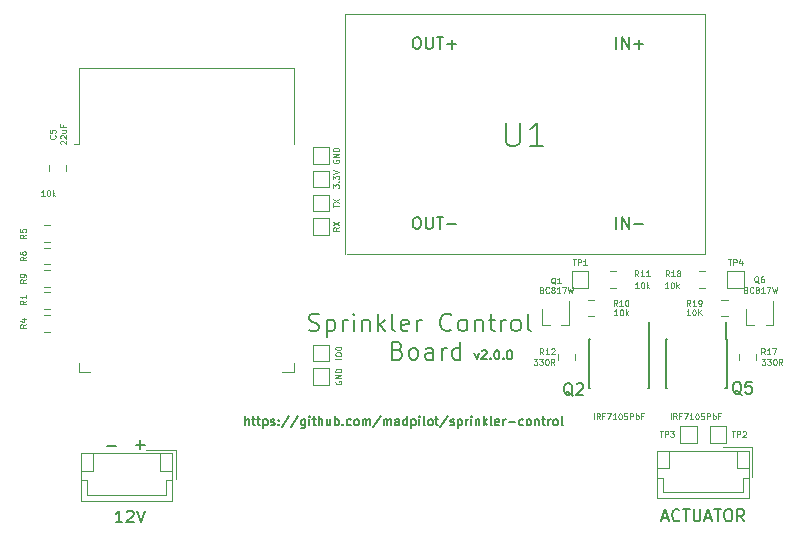
<source format=gto>
G04 #@! TF.GenerationSoftware,KiCad,Pcbnew,(5.1.9-0-10_14)*
G04 #@! TF.CreationDate,2021-10-10T20:01:10+11:00*
G04 #@! TF.ProjectId,Control Board,436f6e74-726f-46c2-9042-6f6172642e6b,rev?*
G04 #@! TF.SameCoordinates,Original*
G04 #@! TF.FileFunction,Legend,Top*
G04 #@! TF.FilePolarity,Positive*
%FSLAX46Y46*%
G04 Gerber Fmt 4.6, Leading zero omitted, Abs format (unit mm)*
G04 Created by KiCad (PCBNEW (5.1.9-0-10_14)) date 2021-10-10 20:01:10*
%MOMM*%
%LPD*%
G01*
G04 APERTURE LIST*
%ADD10C,0.150000*%
%ADD11C,0.120000*%
%ADD12C,0.125000*%
G04 APERTURE END LIST*
D10*
X85619047Y-143071428D02*
X86380952Y-143071428D01*
X86000000Y-143452380D02*
X86000000Y-142690476D01*
X83219047Y-143171428D02*
X83980952Y-143171428D01*
X94889285Y-141439285D02*
X94889285Y-140689285D01*
X95210714Y-141439285D02*
X95210714Y-141046428D01*
X95175000Y-140975000D01*
X95103571Y-140939285D01*
X94996428Y-140939285D01*
X94925000Y-140975000D01*
X94889285Y-141010714D01*
X95460714Y-140939285D02*
X95746428Y-140939285D01*
X95567857Y-140689285D02*
X95567857Y-141332142D01*
X95603571Y-141403571D01*
X95675000Y-141439285D01*
X95746428Y-141439285D01*
X95889285Y-140939285D02*
X96175000Y-140939285D01*
X95996428Y-140689285D02*
X95996428Y-141332142D01*
X96032142Y-141403571D01*
X96103571Y-141439285D01*
X96175000Y-141439285D01*
X96425000Y-140939285D02*
X96425000Y-141689285D01*
X96425000Y-140975000D02*
X96496428Y-140939285D01*
X96639285Y-140939285D01*
X96710714Y-140975000D01*
X96746428Y-141010714D01*
X96782142Y-141082142D01*
X96782142Y-141296428D01*
X96746428Y-141367857D01*
X96710714Y-141403571D01*
X96639285Y-141439285D01*
X96496428Y-141439285D01*
X96425000Y-141403571D01*
X97067857Y-141403571D02*
X97139285Y-141439285D01*
X97282142Y-141439285D01*
X97353571Y-141403571D01*
X97389285Y-141332142D01*
X97389285Y-141296428D01*
X97353571Y-141225000D01*
X97282142Y-141189285D01*
X97175000Y-141189285D01*
X97103571Y-141153571D01*
X97067857Y-141082142D01*
X97067857Y-141046428D01*
X97103571Y-140975000D01*
X97175000Y-140939285D01*
X97282142Y-140939285D01*
X97353571Y-140975000D01*
X97710714Y-141367857D02*
X97746428Y-141403571D01*
X97710714Y-141439285D01*
X97675000Y-141403571D01*
X97710714Y-141367857D01*
X97710714Y-141439285D01*
X97710714Y-140975000D02*
X97746428Y-141010714D01*
X97710714Y-141046428D01*
X97675000Y-141010714D01*
X97710714Y-140975000D01*
X97710714Y-141046428D01*
X98603571Y-140653571D02*
X97960714Y-141617857D01*
X99389285Y-140653571D02*
X98746428Y-141617857D01*
X99960714Y-140939285D02*
X99960714Y-141546428D01*
X99925000Y-141617857D01*
X99889285Y-141653571D01*
X99817857Y-141689285D01*
X99710714Y-141689285D01*
X99639285Y-141653571D01*
X99960714Y-141403571D02*
X99889285Y-141439285D01*
X99746428Y-141439285D01*
X99675000Y-141403571D01*
X99639285Y-141367857D01*
X99603571Y-141296428D01*
X99603571Y-141082142D01*
X99639285Y-141010714D01*
X99675000Y-140975000D01*
X99746428Y-140939285D01*
X99889285Y-140939285D01*
X99960714Y-140975000D01*
X100317857Y-141439285D02*
X100317857Y-140939285D01*
X100317857Y-140689285D02*
X100282142Y-140725000D01*
X100317857Y-140760714D01*
X100353571Y-140725000D01*
X100317857Y-140689285D01*
X100317857Y-140760714D01*
X100567857Y-140939285D02*
X100853571Y-140939285D01*
X100675000Y-140689285D02*
X100675000Y-141332142D01*
X100710714Y-141403571D01*
X100782142Y-141439285D01*
X100853571Y-141439285D01*
X101103571Y-141439285D02*
X101103571Y-140689285D01*
X101425000Y-141439285D02*
X101425000Y-141046428D01*
X101389285Y-140975000D01*
X101317857Y-140939285D01*
X101210714Y-140939285D01*
X101139285Y-140975000D01*
X101103571Y-141010714D01*
X102103571Y-140939285D02*
X102103571Y-141439285D01*
X101782142Y-140939285D02*
X101782142Y-141332142D01*
X101817857Y-141403571D01*
X101889285Y-141439285D01*
X101996428Y-141439285D01*
X102067857Y-141403571D01*
X102103571Y-141367857D01*
X102460714Y-141439285D02*
X102460714Y-140689285D01*
X102460714Y-140975000D02*
X102532142Y-140939285D01*
X102675000Y-140939285D01*
X102746428Y-140975000D01*
X102782142Y-141010714D01*
X102817857Y-141082142D01*
X102817857Y-141296428D01*
X102782142Y-141367857D01*
X102746428Y-141403571D01*
X102675000Y-141439285D01*
X102532142Y-141439285D01*
X102460714Y-141403571D01*
X103139285Y-141367857D02*
X103175000Y-141403571D01*
X103139285Y-141439285D01*
X103103571Y-141403571D01*
X103139285Y-141367857D01*
X103139285Y-141439285D01*
X103817857Y-141403571D02*
X103746428Y-141439285D01*
X103603571Y-141439285D01*
X103532142Y-141403571D01*
X103496428Y-141367857D01*
X103460714Y-141296428D01*
X103460714Y-141082142D01*
X103496428Y-141010714D01*
X103532142Y-140975000D01*
X103603571Y-140939285D01*
X103746428Y-140939285D01*
X103817857Y-140975000D01*
X104246428Y-141439285D02*
X104175000Y-141403571D01*
X104139285Y-141367857D01*
X104103571Y-141296428D01*
X104103571Y-141082142D01*
X104139285Y-141010714D01*
X104175000Y-140975000D01*
X104246428Y-140939285D01*
X104353571Y-140939285D01*
X104425000Y-140975000D01*
X104460714Y-141010714D01*
X104496428Y-141082142D01*
X104496428Y-141296428D01*
X104460714Y-141367857D01*
X104425000Y-141403571D01*
X104353571Y-141439285D01*
X104246428Y-141439285D01*
X104817857Y-141439285D02*
X104817857Y-140939285D01*
X104817857Y-141010714D02*
X104853571Y-140975000D01*
X104925000Y-140939285D01*
X105032142Y-140939285D01*
X105103571Y-140975000D01*
X105139285Y-141046428D01*
X105139285Y-141439285D01*
X105139285Y-141046428D02*
X105175000Y-140975000D01*
X105246428Y-140939285D01*
X105353571Y-140939285D01*
X105425000Y-140975000D01*
X105460714Y-141046428D01*
X105460714Y-141439285D01*
X106353571Y-140653571D02*
X105710714Y-141617857D01*
X106603571Y-141439285D02*
X106603571Y-140939285D01*
X106603571Y-141010714D02*
X106639285Y-140975000D01*
X106710714Y-140939285D01*
X106817857Y-140939285D01*
X106889285Y-140975000D01*
X106925000Y-141046428D01*
X106925000Y-141439285D01*
X106925000Y-141046428D02*
X106960714Y-140975000D01*
X107032142Y-140939285D01*
X107139285Y-140939285D01*
X107210714Y-140975000D01*
X107246428Y-141046428D01*
X107246428Y-141439285D01*
X107925000Y-141439285D02*
X107925000Y-141046428D01*
X107889285Y-140975000D01*
X107817857Y-140939285D01*
X107675000Y-140939285D01*
X107603571Y-140975000D01*
X107925000Y-141403571D02*
X107853571Y-141439285D01*
X107675000Y-141439285D01*
X107603571Y-141403571D01*
X107567857Y-141332142D01*
X107567857Y-141260714D01*
X107603571Y-141189285D01*
X107675000Y-141153571D01*
X107853571Y-141153571D01*
X107925000Y-141117857D01*
X108603571Y-141439285D02*
X108603571Y-140689285D01*
X108603571Y-141403571D02*
X108532142Y-141439285D01*
X108389285Y-141439285D01*
X108317857Y-141403571D01*
X108282142Y-141367857D01*
X108246428Y-141296428D01*
X108246428Y-141082142D01*
X108282142Y-141010714D01*
X108317857Y-140975000D01*
X108389285Y-140939285D01*
X108532142Y-140939285D01*
X108603571Y-140975000D01*
X108960714Y-140939285D02*
X108960714Y-141689285D01*
X108960714Y-140975000D02*
X109032142Y-140939285D01*
X109175000Y-140939285D01*
X109246428Y-140975000D01*
X109282142Y-141010714D01*
X109317857Y-141082142D01*
X109317857Y-141296428D01*
X109282142Y-141367857D01*
X109246428Y-141403571D01*
X109175000Y-141439285D01*
X109032142Y-141439285D01*
X108960714Y-141403571D01*
X109639285Y-141439285D02*
X109639285Y-140939285D01*
X109639285Y-140689285D02*
X109603571Y-140725000D01*
X109639285Y-140760714D01*
X109675000Y-140725000D01*
X109639285Y-140689285D01*
X109639285Y-140760714D01*
X110103571Y-141439285D02*
X110032142Y-141403571D01*
X109996428Y-141332142D01*
X109996428Y-140689285D01*
X110496428Y-141439285D02*
X110425000Y-141403571D01*
X110389285Y-141367857D01*
X110353571Y-141296428D01*
X110353571Y-141082142D01*
X110389285Y-141010714D01*
X110425000Y-140975000D01*
X110496428Y-140939285D01*
X110603571Y-140939285D01*
X110675000Y-140975000D01*
X110710714Y-141010714D01*
X110746428Y-141082142D01*
X110746428Y-141296428D01*
X110710714Y-141367857D01*
X110675000Y-141403571D01*
X110603571Y-141439285D01*
X110496428Y-141439285D01*
X110960714Y-140939285D02*
X111246428Y-140939285D01*
X111067857Y-140689285D02*
X111067857Y-141332142D01*
X111103571Y-141403571D01*
X111175000Y-141439285D01*
X111246428Y-141439285D01*
X112032142Y-140653571D02*
X111389285Y-141617857D01*
X112246428Y-141403571D02*
X112317857Y-141439285D01*
X112460714Y-141439285D01*
X112532142Y-141403571D01*
X112567857Y-141332142D01*
X112567857Y-141296428D01*
X112532142Y-141225000D01*
X112460714Y-141189285D01*
X112353571Y-141189285D01*
X112282142Y-141153571D01*
X112246428Y-141082142D01*
X112246428Y-141046428D01*
X112282142Y-140975000D01*
X112353571Y-140939285D01*
X112460714Y-140939285D01*
X112532142Y-140975000D01*
X112889285Y-140939285D02*
X112889285Y-141689285D01*
X112889285Y-140975000D02*
X112960714Y-140939285D01*
X113103571Y-140939285D01*
X113175000Y-140975000D01*
X113210714Y-141010714D01*
X113246428Y-141082142D01*
X113246428Y-141296428D01*
X113210714Y-141367857D01*
X113175000Y-141403571D01*
X113103571Y-141439285D01*
X112960714Y-141439285D01*
X112889285Y-141403571D01*
X113567857Y-141439285D02*
X113567857Y-140939285D01*
X113567857Y-141082142D02*
X113603571Y-141010714D01*
X113639285Y-140975000D01*
X113710714Y-140939285D01*
X113782142Y-140939285D01*
X114032142Y-141439285D02*
X114032142Y-140939285D01*
X114032142Y-140689285D02*
X113996428Y-140725000D01*
X114032142Y-140760714D01*
X114067857Y-140725000D01*
X114032142Y-140689285D01*
X114032142Y-140760714D01*
X114389285Y-140939285D02*
X114389285Y-141439285D01*
X114389285Y-141010714D02*
X114425000Y-140975000D01*
X114496428Y-140939285D01*
X114603571Y-140939285D01*
X114675000Y-140975000D01*
X114710714Y-141046428D01*
X114710714Y-141439285D01*
X115067857Y-141439285D02*
X115067857Y-140689285D01*
X115139285Y-141153571D02*
X115353571Y-141439285D01*
X115353571Y-140939285D02*
X115067857Y-141225000D01*
X115782142Y-141439285D02*
X115710714Y-141403571D01*
X115675000Y-141332142D01*
X115675000Y-140689285D01*
X116353571Y-141403571D02*
X116282142Y-141439285D01*
X116139285Y-141439285D01*
X116067857Y-141403571D01*
X116032142Y-141332142D01*
X116032142Y-141046428D01*
X116067857Y-140975000D01*
X116139285Y-140939285D01*
X116282142Y-140939285D01*
X116353571Y-140975000D01*
X116389285Y-141046428D01*
X116389285Y-141117857D01*
X116032142Y-141189285D01*
X116710714Y-141439285D02*
X116710714Y-140939285D01*
X116710714Y-141082142D02*
X116746428Y-141010714D01*
X116782142Y-140975000D01*
X116853571Y-140939285D01*
X116925000Y-140939285D01*
X117175000Y-141153571D02*
X117746428Y-141153571D01*
X118425000Y-141403571D02*
X118353571Y-141439285D01*
X118210714Y-141439285D01*
X118139285Y-141403571D01*
X118103571Y-141367857D01*
X118067857Y-141296428D01*
X118067857Y-141082142D01*
X118103571Y-141010714D01*
X118139285Y-140975000D01*
X118210714Y-140939285D01*
X118353571Y-140939285D01*
X118425000Y-140975000D01*
X118853571Y-141439285D02*
X118782142Y-141403571D01*
X118746428Y-141367857D01*
X118710714Y-141296428D01*
X118710714Y-141082142D01*
X118746428Y-141010714D01*
X118782142Y-140975000D01*
X118853571Y-140939285D01*
X118960714Y-140939285D01*
X119032142Y-140975000D01*
X119067857Y-141010714D01*
X119103571Y-141082142D01*
X119103571Y-141296428D01*
X119067857Y-141367857D01*
X119032142Y-141403571D01*
X118960714Y-141439285D01*
X118853571Y-141439285D01*
X119425000Y-140939285D02*
X119425000Y-141439285D01*
X119425000Y-141010714D02*
X119460714Y-140975000D01*
X119532142Y-140939285D01*
X119639285Y-140939285D01*
X119710714Y-140975000D01*
X119746428Y-141046428D01*
X119746428Y-141439285D01*
X119996428Y-140939285D02*
X120282142Y-140939285D01*
X120103571Y-140689285D02*
X120103571Y-141332142D01*
X120139285Y-141403571D01*
X120210714Y-141439285D01*
X120282142Y-141439285D01*
X120532142Y-141439285D02*
X120532142Y-140939285D01*
X120532142Y-141082142D02*
X120567857Y-141010714D01*
X120603571Y-140975000D01*
X120675000Y-140939285D01*
X120746428Y-140939285D01*
X121103571Y-141439285D02*
X121032142Y-141403571D01*
X120996428Y-141367857D01*
X120960714Y-141296428D01*
X120960714Y-141082142D01*
X120996428Y-141010714D01*
X121032142Y-140975000D01*
X121103571Y-140939285D01*
X121210714Y-140939285D01*
X121282142Y-140975000D01*
X121317857Y-141010714D01*
X121353571Y-141082142D01*
X121353571Y-141296428D01*
X121317857Y-141367857D01*
X121282142Y-141403571D01*
X121210714Y-141439285D01*
X121103571Y-141439285D01*
X121782142Y-141439285D02*
X121710714Y-141403571D01*
X121675000Y-141332142D01*
X121675000Y-140689285D01*
X114292857Y-135339285D02*
X114471428Y-135839285D01*
X114650000Y-135339285D01*
X114900000Y-135160714D02*
X114935714Y-135125000D01*
X115007142Y-135089285D01*
X115185714Y-135089285D01*
X115257142Y-135125000D01*
X115292857Y-135160714D01*
X115328571Y-135232142D01*
X115328571Y-135303571D01*
X115292857Y-135410714D01*
X114864285Y-135839285D01*
X115328571Y-135839285D01*
X115650000Y-135767857D02*
X115685714Y-135803571D01*
X115650000Y-135839285D01*
X115614285Y-135803571D01*
X115650000Y-135767857D01*
X115650000Y-135839285D01*
X116150000Y-135089285D02*
X116221428Y-135089285D01*
X116292857Y-135125000D01*
X116328571Y-135160714D01*
X116364285Y-135232142D01*
X116400000Y-135375000D01*
X116400000Y-135553571D01*
X116364285Y-135696428D01*
X116328571Y-135767857D01*
X116292857Y-135803571D01*
X116221428Y-135839285D01*
X116150000Y-135839285D01*
X116078571Y-135803571D01*
X116042857Y-135767857D01*
X116007142Y-135696428D01*
X115971428Y-135553571D01*
X115971428Y-135375000D01*
X116007142Y-135232142D01*
X116042857Y-135160714D01*
X116078571Y-135125000D01*
X116150000Y-135089285D01*
X116721428Y-135767857D02*
X116757142Y-135803571D01*
X116721428Y-135839285D01*
X116685714Y-135803571D01*
X116721428Y-135767857D01*
X116721428Y-135839285D01*
X117221428Y-135089285D02*
X117292857Y-135089285D01*
X117364285Y-135125000D01*
X117400000Y-135160714D01*
X117435714Y-135232142D01*
X117471428Y-135375000D01*
X117471428Y-135553571D01*
X117435714Y-135696428D01*
X117400000Y-135767857D01*
X117364285Y-135803571D01*
X117292857Y-135839285D01*
X117221428Y-135839285D01*
X117150000Y-135803571D01*
X117114285Y-135767857D01*
X117078571Y-135696428D01*
X117042857Y-135553571D01*
X117042857Y-135375000D01*
X117078571Y-135232142D01*
X117114285Y-135160714D01*
X117150000Y-135125000D01*
X117221428Y-135089285D01*
X100271428Y-133407142D02*
X100485714Y-133478571D01*
X100842857Y-133478571D01*
X100985714Y-133407142D01*
X101057142Y-133335714D01*
X101128571Y-133192857D01*
X101128571Y-133050000D01*
X101057142Y-132907142D01*
X100985714Y-132835714D01*
X100842857Y-132764285D01*
X100557142Y-132692857D01*
X100414285Y-132621428D01*
X100342857Y-132550000D01*
X100271428Y-132407142D01*
X100271428Y-132264285D01*
X100342857Y-132121428D01*
X100414285Y-132050000D01*
X100557142Y-131978571D01*
X100914285Y-131978571D01*
X101128571Y-132050000D01*
X101771428Y-132478571D02*
X101771428Y-133978571D01*
X101771428Y-132550000D02*
X101914285Y-132478571D01*
X102200000Y-132478571D01*
X102342857Y-132550000D01*
X102414285Y-132621428D01*
X102485714Y-132764285D01*
X102485714Y-133192857D01*
X102414285Y-133335714D01*
X102342857Y-133407142D01*
X102200000Y-133478571D01*
X101914285Y-133478571D01*
X101771428Y-133407142D01*
X103128571Y-133478571D02*
X103128571Y-132478571D01*
X103128571Y-132764285D02*
X103200000Y-132621428D01*
X103271428Y-132550000D01*
X103414285Y-132478571D01*
X103557142Y-132478571D01*
X104057142Y-133478571D02*
X104057142Y-132478571D01*
X104057142Y-131978571D02*
X103985714Y-132050000D01*
X104057142Y-132121428D01*
X104128571Y-132050000D01*
X104057142Y-131978571D01*
X104057142Y-132121428D01*
X104771428Y-132478571D02*
X104771428Y-133478571D01*
X104771428Y-132621428D02*
X104842857Y-132550000D01*
X104985714Y-132478571D01*
X105200000Y-132478571D01*
X105342857Y-132550000D01*
X105414285Y-132692857D01*
X105414285Y-133478571D01*
X106128571Y-133478571D02*
X106128571Y-131978571D01*
X106271428Y-132907142D02*
X106700000Y-133478571D01*
X106700000Y-132478571D02*
X106128571Y-133050000D01*
X107557142Y-133478571D02*
X107414285Y-133407142D01*
X107342857Y-133264285D01*
X107342857Y-131978571D01*
X108700000Y-133407142D02*
X108557142Y-133478571D01*
X108271428Y-133478571D01*
X108128571Y-133407142D01*
X108057142Y-133264285D01*
X108057142Y-132692857D01*
X108128571Y-132550000D01*
X108271428Y-132478571D01*
X108557142Y-132478571D01*
X108700000Y-132550000D01*
X108771428Y-132692857D01*
X108771428Y-132835714D01*
X108057142Y-132978571D01*
X109414285Y-133478571D02*
X109414285Y-132478571D01*
X109414285Y-132764285D02*
X109485714Y-132621428D01*
X109557142Y-132550000D01*
X109700000Y-132478571D01*
X109842857Y-132478571D01*
X112342857Y-133335714D02*
X112271428Y-133407142D01*
X112057142Y-133478571D01*
X111914285Y-133478571D01*
X111700000Y-133407142D01*
X111557142Y-133264285D01*
X111485714Y-133121428D01*
X111414285Y-132835714D01*
X111414285Y-132621428D01*
X111485714Y-132335714D01*
X111557142Y-132192857D01*
X111700000Y-132050000D01*
X111914285Y-131978571D01*
X112057142Y-131978571D01*
X112271428Y-132050000D01*
X112342857Y-132121428D01*
X113200000Y-133478571D02*
X113057142Y-133407142D01*
X112985714Y-133335714D01*
X112914285Y-133192857D01*
X112914285Y-132764285D01*
X112985714Y-132621428D01*
X113057142Y-132550000D01*
X113200000Y-132478571D01*
X113414285Y-132478571D01*
X113557142Y-132550000D01*
X113628571Y-132621428D01*
X113700000Y-132764285D01*
X113700000Y-133192857D01*
X113628571Y-133335714D01*
X113557142Y-133407142D01*
X113414285Y-133478571D01*
X113200000Y-133478571D01*
X114342857Y-132478571D02*
X114342857Y-133478571D01*
X114342857Y-132621428D02*
X114414285Y-132550000D01*
X114557142Y-132478571D01*
X114771428Y-132478571D01*
X114914285Y-132550000D01*
X114985714Y-132692857D01*
X114985714Y-133478571D01*
X115485714Y-132478571D02*
X116057142Y-132478571D01*
X115700000Y-131978571D02*
X115700000Y-133264285D01*
X115771428Y-133407142D01*
X115914285Y-133478571D01*
X116057142Y-133478571D01*
X116557142Y-133478571D02*
X116557142Y-132478571D01*
X116557142Y-132764285D02*
X116628571Y-132621428D01*
X116700000Y-132550000D01*
X116842857Y-132478571D01*
X116985714Y-132478571D01*
X117700000Y-133478571D02*
X117557142Y-133407142D01*
X117485714Y-133335714D01*
X117414285Y-133192857D01*
X117414285Y-132764285D01*
X117485714Y-132621428D01*
X117557142Y-132550000D01*
X117700000Y-132478571D01*
X117914285Y-132478571D01*
X118057142Y-132550000D01*
X118128571Y-132621428D01*
X118200000Y-132764285D01*
X118200000Y-133192857D01*
X118128571Y-133335714D01*
X118057142Y-133407142D01*
X117914285Y-133478571D01*
X117700000Y-133478571D01*
X119057142Y-133478571D02*
X118914285Y-133407142D01*
X118842857Y-133264285D01*
X118842857Y-131978571D01*
X107807142Y-135092857D02*
X108021428Y-135164285D01*
X108092857Y-135235714D01*
X108164285Y-135378571D01*
X108164285Y-135592857D01*
X108092857Y-135735714D01*
X108021428Y-135807142D01*
X107878571Y-135878571D01*
X107307142Y-135878571D01*
X107307142Y-134378571D01*
X107807142Y-134378571D01*
X107950000Y-134450000D01*
X108021428Y-134521428D01*
X108092857Y-134664285D01*
X108092857Y-134807142D01*
X108021428Y-134950000D01*
X107950000Y-135021428D01*
X107807142Y-135092857D01*
X107307142Y-135092857D01*
X109021428Y-135878571D02*
X108878571Y-135807142D01*
X108807142Y-135735714D01*
X108735714Y-135592857D01*
X108735714Y-135164285D01*
X108807142Y-135021428D01*
X108878571Y-134950000D01*
X109021428Y-134878571D01*
X109235714Y-134878571D01*
X109378571Y-134950000D01*
X109450000Y-135021428D01*
X109521428Y-135164285D01*
X109521428Y-135592857D01*
X109450000Y-135735714D01*
X109378571Y-135807142D01*
X109235714Y-135878571D01*
X109021428Y-135878571D01*
X110807142Y-135878571D02*
X110807142Y-135092857D01*
X110735714Y-134950000D01*
X110592857Y-134878571D01*
X110307142Y-134878571D01*
X110164285Y-134950000D01*
X110807142Y-135807142D02*
X110664285Y-135878571D01*
X110307142Y-135878571D01*
X110164285Y-135807142D01*
X110092857Y-135664285D01*
X110092857Y-135521428D01*
X110164285Y-135378571D01*
X110307142Y-135307142D01*
X110664285Y-135307142D01*
X110807142Y-135235714D01*
X111521428Y-135878571D02*
X111521428Y-134878571D01*
X111521428Y-135164285D02*
X111592857Y-135021428D01*
X111664285Y-134950000D01*
X111807142Y-134878571D01*
X111950000Y-134878571D01*
X113092857Y-135878571D02*
X113092857Y-134378571D01*
X113092857Y-135807142D02*
X112950000Y-135878571D01*
X112664285Y-135878571D01*
X112521428Y-135807142D01*
X112450000Y-135735714D01*
X112378571Y-135592857D01*
X112378571Y-135164285D01*
X112450000Y-135021428D01*
X112521428Y-134950000D01*
X112664285Y-134878571D01*
X112950000Y-134878571D01*
X113092857Y-134950000D01*
D11*
X100600000Y-138000000D02*
X100600000Y-136600000D01*
X102000000Y-138000000D02*
X100600000Y-138000000D01*
X102000000Y-136600000D02*
X102000000Y-138000000D01*
X100600000Y-136600000D02*
X102000000Y-136600000D01*
X100600000Y-117900000D02*
X102000000Y-117900000D01*
X102000000Y-117900000D02*
X102000000Y-119300000D01*
X102000000Y-119300000D02*
X100600000Y-119300000D01*
X100600000Y-119300000D02*
X100600000Y-117900000D01*
X100600000Y-134600000D02*
X102000000Y-134600000D01*
X102000000Y-134600000D02*
X102000000Y-136000000D01*
X102000000Y-136000000D02*
X100600000Y-136000000D01*
X100600000Y-136000000D02*
X100600000Y-134600000D01*
X100600000Y-121900000D02*
X102000000Y-121900000D01*
X102000000Y-121900000D02*
X102000000Y-123300000D01*
X102000000Y-123300000D02*
X100600000Y-123300000D01*
X100600000Y-123300000D02*
X100600000Y-121900000D01*
X100600000Y-123900000D02*
X102000000Y-123900000D01*
X102000000Y-123900000D02*
X102000000Y-125300000D01*
X102000000Y-125300000D02*
X100600000Y-125300000D01*
X100600000Y-125300000D02*
X100600000Y-123900000D01*
X100600000Y-119900000D02*
X102000000Y-119900000D01*
X102000000Y-119900000D02*
X102000000Y-121300000D01*
X102000000Y-121300000D02*
X100600000Y-121300000D01*
X100600000Y-121300000D02*
X100600000Y-119900000D01*
X135700000Y-128400000D02*
X137100000Y-128400000D01*
X137100000Y-128400000D02*
X137100000Y-129800000D01*
X137100000Y-129800000D02*
X135700000Y-129800000D01*
X135700000Y-129800000D02*
X135700000Y-128400000D01*
X131700000Y-141500000D02*
X133100000Y-141500000D01*
X133100000Y-141500000D02*
X133100000Y-142900000D01*
X133100000Y-142900000D02*
X131700000Y-142900000D01*
X131700000Y-142900000D02*
X131700000Y-141500000D01*
X134200000Y-141500000D02*
X135600000Y-141500000D01*
X135600000Y-141500000D02*
X135600000Y-142900000D01*
X135600000Y-142900000D02*
X134200000Y-142900000D01*
X134200000Y-142900000D02*
X134200000Y-141500000D01*
X122525000Y-128400000D02*
X123925000Y-128400000D01*
X123925000Y-128400000D02*
X123925000Y-129800000D01*
X123925000Y-129800000D02*
X122525000Y-129800000D01*
X122525000Y-129800000D02*
X122525000Y-128400000D01*
X80780000Y-136145000D02*
X80780000Y-136925000D01*
X80780000Y-136925000D02*
X81780000Y-136925000D01*
X99020000Y-136145000D02*
X99020000Y-136925000D01*
X99020000Y-136925000D02*
X98020000Y-136925000D01*
X80780000Y-111180000D02*
X99020000Y-111180000D01*
X99020000Y-111180000D02*
X99020000Y-117600000D01*
X80780000Y-111180000D02*
X80780000Y-117600000D01*
X80780000Y-117600000D02*
X80400000Y-117600000D01*
X89010000Y-143490000D02*
X86510000Y-143490000D01*
X89010000Y-145990000D02*
X89010000Y-143490000D01*
X81990000Y-145290000D02*
X81990000Y-143790000D01*
X80990000Y-145290000D02*
X81990000Y-145290000D01*
X87710000Y-145290000D02*
X87710000Y-143790000D01*
X88710000Y-145290000D02*
X87710000Y-145290000D01*
X81490000Y-146100000D02*
X80990000Y-146100000D01*
X81490000Y-147310000D02*
X81490000Y-146100000D01*
X88210000Y-147310000D02*
X81490000Y-147310000D01*
X88210000Y-146100000D02*
X88210000Y-147310000D01*
X88710000Y-146100000D02*
X88210000Y-146100000D01*
X80990000Y-147810000D02*
X88710000Y-147810000D01*
X80990000Y-143790000D02*
X80990000Y-147810000D01*
X88710000Y-143790000D02*
X80990000Y-143790000D01*
X88710000Y-147810000D02*
X88710000Y-143790000D01*
X77828922Y-125910000D02*
X78346078Y-125910000D01*
X77828922Y-124490000D02*
X78346078Y-124490000D01*
X133800000Y-126900000D02*
X133800000Y-106700000D01*
X133800000Y-106580000D02*
X103320000Y-106580000D01*
X103320000Y-106580000D02*
X103320000Y-126900000D01*
X103500000Y-126900000D02*
X133800000Y-126900000D01*
X135203922Y-132210000D02*
X135721078Y-132210000D01*
X135203922Y-130790000D02*
X135721078Y-130790000D01*
X133846078Y-128390000D02*
X133328922Y-128390000D01*
X133846078Y-129810000D02*
X133328922Y-129810000D01*
X138110000Y-135896078D02*
X138110000Y-135378922D01*
X136690000Y-135896078D02*
X136690000Y-135378922D01*
X122810000Y-135896078D02*
X122810000Y-135378922D01*
X121390000Y-135896078D02*
X121390000Y-135378922D01*
X125778922Y-129810000D02*
X126296078Y-129810000D01*
X125778922Y-128390000D02*
X126296078Y-128390000D01*
X123903922Y-132210000D02*
X124421078Y-132210000D01*
X123903922Y-130790000D02*
X124421078Y-130790000D01*
X77828922Y-129710000D02*
X78346078Y-129710000D01*
X77828922Y-128290000D02*
X78346078Y-128290000D01*
X77828922Y-127810000D02*
X78346078Y-127810000D01*
X77828922Y-126390000D02*
X78346078Y-126390000D01*
X77828922Y-133510000D02*
X78346078Y-133510000D01*
X77828922Y-132090000D02*
X78346078Y-132090000D01*
X79710000Y-119896078D02*
X79710000Y-119378922D01*
X78290000Y-119896078D02*
X78290000Y-119378922D01*
X137290000Y-131570000D02*
X137290000Y-132980000D01*
X139610000Y-132980000D02*
X139610000Y-130950000D01*
X139610000Y-132980000D02*
X138950000Y-132980000D01*
X137950000Y-132980000D02*
X137290000Y-132980000D01*
X119990000Y-131570000D02*
X119990000Y-132980000D01*
X122310000Y-132980000D02*
X122310000Y-130950000D01*
X122310000Y-132980000D02*
X121650000Y-132980000D01*
X120650000Y-132980000D02*
X119990000Y-132980000D01*
D10*
X135590000Y-134125000D02*
X135590000Y-132725000D01*
X130490000Y-134125000D02*
X130490000Y-138275000D01*
X135640000Y-134125000D02*
X135640000Y-138275000D01*
X130490000Y-134125000D02*
X130635000Y-134125000D01*
X130490000Y-138275000D02*
X130635000Y-138275000D01*
X135640000Y-138275000D02*
X135495000Y-138275000D01*
X135640000Y-134125000D02*
X135590000Y-134125000D01*
X129110000Y-134125000D02*
X129060000Y-134125000D01*
X129110000Y-138275000D02*
X128965000Y-138275000D01*
X123960000Y-138275000D02*
X124105000Y-138275000D01*
X123960000Y-134125000D02*
X124105000Y-134125000D01*
X129110000Y-134125000D02*
X129110000Y-138275000D01*
X123960000Y-134125000D02*
X123960000Y-138275000D01*
X129060000Y-134125000D02*
X129060000Y-132725000D01*
D11*
X137810000Y-143290000D02*
X135310000Y-143290000D01*
X137810000Y-145790000D02*
X137810000Y-143290000D01*
X130790000Y-145090000D02*
X130790000Y-143590000D01*
X129790000Y-145090000D02*
X130790000Y-145090000D01*
X136510000Y-145090000D02*
X136510000Y-143590000D01*
X137510000Y-145090000D02*
X136510000Y-145090000D01*
X130290000Y-145900000D02*
X129790000Y-145900000D01*
X130290000Y-147110000D02*
X130290000Y-145900000D01*
X137010000Y-147110000D02*
X130290000Y-147110000D01*
X137010000Y-145900000D02*
X137010000Y-147110000D01*
X137510000Y-145900000D02*
X137010000Y-145900000D01*
X129790000Y-147610000D02*
X137510000Y-147610000D01*
X129790000Y-143590000D02*
X129790000Y-147610000D01*
X137510000Y-143590000D02*
X129790000Y-143590000D01*
X137510000Y-147610000D02*
X137510000Y-143590000D01*
X77828922Y-131610000D02*
X78346078Y-131610000D01*
X77828922Y-130190000D02*
X78346078Y-130190000D01*
D12*
X102550000Y-137680952D02*
X102526190Y-137728571D01*
X102526190Y-137800000D01*
X102550000Y-137871428D01*
X102597619Y-137919047D01*
X102645238Y-137942857D01*
X102740476Y-137966666D01*
X102811904Y-137966666D01*
X102907142Y-137942857D01*
X102954761Y-137919047D01*
X103002380Y-137871428D01*
X103026190Y-137800000D01*
X103026190Y-137752380D01*
X103002380Y-137680952D01*
X102978571Y-137657142D01*
X102811904Y-137657142D01*
X102811904Y-137752380D01*
X103026190Y-137442857D02*
X102526190Y-137442857D01*
X103026190Y-137157142D01*
X102526190Y-137157142D01*
X103026190Y-136919047D02*
X102526190Y-136919047D01*
X102526190Y-136800000D01*
X102550000Y-136728571D01*
X102597619Y-136680952D01*
X102645238Y-136657142D01*
X102740476Y-136633333D01*
X102811904Y-136633333D01*
X102907142Y-136657142D01*
X102954761Y-136680952D01*
X103002380Y-136728571D01*
X103026190Y-136800000D01*
X103026190Y-136919047D01*
X102350000Y-118980952D02*
X102326190Y-119028571D01*
X102326190Y-119100000D01*
X102350000Y-119171428D01*
X102397619Y-119219047D01*
X102445238Y-119242857D01*
X102540476Y-119266666D01*
X102611904Y-119266666D01*
X102707142Y-119242857D01*
X102754761Y-119219047D01*
X102802380Y-119171428D01*
X102826190Y-119100000D01*
X102826190Y-119052380D01*
X102802380Y-118980952D01*
X102778571Y-118957142D01*
X102611904Y-118957142D01*
X102611904Y-119052380D01*
X102826190Y-118742857D02*
X102326190Y-118742857D01*
X102826190Y-118457142D01*
X102326190Y-118457142D01*
X102826190Y-118219047D02*
X102326190Y-118219047D01*
X102326190Y-118100000D01*
X102350000Y-118028571D01*
X102397619Y-117980952D01*
X102445238Y-117957142D01*
X102540476Y-117933333D01*
X102611904Y-117933333D01*
X102707142Y-117957142D01*
X102754761Y-117980952D01*
X102802380Y-118028571D01*
X102826190Y-118100000D01*
X102826190Y-118219047D01*
X103026190Y-135800000D02*
X102526190Y-135800000D01*
X102526190Y-135466666D02*
X102526190Y-135371428D01*
X102550000Y-135323809D01*
X102597619Y-135276190D01*
X102692857Y-135252380D01*
X102859523Y-135252380D01*
X102954761Y-135276190D01*
X103002380Y-135323809D01*
X103026190Y-135371428D01*
X103026190Y-135466666D01*
X103002380Y-135514285D01*
X102954761Y-135561904D01*
X102859523Y-135585714D01*
X102692857Y-135585714D01*
X102597619Y-135561904D01*
X102550000Y-135514285D01*
X102526190Y-135466666D01*
X102526190Y-134942857D02*
X102526190Y-134895238D01*
X102550000Y-134847619D01*
X102573809Y-134823809D01*
X102621428Y-134800000D01*
X102716666Y-134776190D01*
X102835714Y-134776190D01*
X102930952Y-134800000D01*
X102978571Y-134823809D01*
X103002380Y-134847619D01*
X103026190Y-134895238D01*
X103026190Y-134942857D01*
X103002380Y-134990476D01*
X102978571Y-135014285D01*
X102930952Y-135038095D01*
X102835714Y-135061904D01*
X102716666Y-135061904D01*
X102621428Y-135038095D01*
X102573809Y-135014285D01*
X102550000Y-134990476D01*
X102526190Y-134942857D01*
X102326190Y-122980952D02*
X102326190Y-122695238D01*
X102826190Y-122838095D02*
X102326190Y-122838095D01*
X102326190Y-122576190D02*
X102826190Y-122242857D01*
X102326190Y-122242857D02*
X102826190Y-122576190D01*
X102826190Y-124683333D02*
X102588095Y-124850000D01*
X102826190Y-124969047D02*
X102326190Y-124969047D01*
X102326190Y-124778571D01*
X102350000Y-124730952D01*
X102373809Y-124707142D01*
X102421428Y-124683333D01*
X102492857Y-124683333D01*
X102540476Y-124707142D01*
X102564285Y-124730952D01*
X102588095Y-124778571D01*
X102588095Y-124969047D01*
X102326190Y-124516666D02*
X102826190Y-124183333D01*
X102326190Y-124183333D02*
X102826190Y-124516666D01*
X102326190Y-121338095D02*
X102326190Y-121028571D01*
X102516666Y-121195238D01*
X102516666Y-121123809D01*
X102540476Y-121076190D01*
X102564285Y-121052380D01*
X102611904Y-121028571D01*
X102730952Y-121028571D01*
X102778571Y-121052380D01*
X102802380Y-121076190D01*
X102826190Y-121123809D01*
X102826190Y-121266666D01*
X102802380Y-121314285D01*
X102778571Y-121338095D01*
X102778571Y-120814285D02*
X102802380Y-120790476D01*
X102826190Y-120814285D01*
X102802380Y-120838095D01*
X102778571Y-120814285D01*
X102826190Y-120814285D01*
X102326190Y-120623809D02*
X102326190Y-120314285D01*
X102516666Y-120480952D01*
X102516666Y-120409523D01*
X102540476Y-120361904D01*
X102564285Y-120338095D01*
X102611904Y-120314285D01*
X102730952Y-120314285D01*
X102778571Y-120338095D01*
X102802380Y-120361904D01*
X102826190Y-120409523D01*
X102826190Y-120552380D01*
X102802380Y-120600000D01*
X102778571Y-120623809D01*
X102326190Y-120171428D02*
X102826190Y-120004761D01*
X102326190Y-119838095D01*
X135769047Y-127378190D02*
X136054761Y-127378190D01*
X135911904Y-127878190D02*
X135911904Y-127378190D01*
X136221428Y-127878190D02*
X136221428Y-127378190D01*
X136411904Y-127378190D01*
X136459523Y-127402000D01*
X136483333Y-127425809D01*
X136507142Y-127473428D01*
X136507142Y-127544857D01*
X136483333Y-127592476D01*
X136459523Y-127616285D01*
X136411904Y-127640095D01*
X136221428Y-127640095D01*
X136935714Y-127544857D02*
X136935714Y-127878190D01*
X136816666Y-127354380D02*
X136697619Y-127711523D01*
X137007142Y-127711523D01*
X129969047Y-141926190D02*
X130254761Y-141926190D01*
X130111904Y-142426190D02*
X130111904Y-141926190D01*
X130421428Y-142426190D02*
X130421428Y-141926190D01*
X130611904Y-141926190D01*
X130659523Y-141950000D01*
X130683333Y-141973809D01*
X130707142Y-142021428D01*
X130707142Y-142092857D01*
X130683333Y-142140476D01*
X130659523Y-142164285D01*
X130611904Y-142188095D01*
X130421428Y-142188095D01*
X130873809Y-141926190D02*
X131183333Y-141926190D01*
X131016666Y-142116666D01*
X131088095Y-142116666D01*
X131135714Y-142140476D01*
X131159523Y-142164285D01*
X131183333Y-142211904D01*
X131183333Y-142330952D01*
X131159523Y-142378571D01*
X131135714Y-142402380D01*
X131088095Y-142426190D01*
X130945238Y-142426190D01*
X130897619Y-142402380D01*
X130873809Y-142378571D01*
X136069047Y-141926190D02*
X136354761Y-141926190D01*
X136211904Y-142426190D02*
X136211904Y-141926190D01*
X136521428Y-142426190D02*
X136521428Y-141926190D01*
X136711904Y-141926190D01*
X136759523Y-141950000D01*
X136783333Y-141973809D01*
X136807142Y-142021428D01*
X136807142Y-142092857D01*
X136783333Y-142140476D01*
X136759523Y-142164285D01*
X136711904Y-142188095D01*
X136521428Y-142188095D01*
X136997619Y-141973809D02*
X137021428Y-141950000D01*
X137069047Y-141926190D01*
X137188095Y-141926190D01*
X137235714Y-141950000D01*
X137259523Y-141973809D01*
X137283333Y-142021428D01*
X137283333Y-142069047D01*
X137259523Y-142140476D01*
X136973809Y-142426190D01*
X137283333Y-142426190D01*
X122594047Y-127378190D02*
X122879761Y-127378190D01*
X122736904Y-127878190D02*
X122736904Y-127378190D01*
X123046428Y-127878190D02*
X123046428Y-127378190D01*
X123236904Y-127378190D01*
X123284523Y-127402000D01*
X123308333Y-127425809D01*
X123332142Y-127473428D01*
X123332142Y-127544857D01*
X123308333Y-127592476D01*
X123284523Y-127616285D01*
X123236904Y-127640095D01*
X123046428Y-127640095D01*
X123808333Y-127878190D02*
X123522619Y-127878190D01*
X123665476Y-127878190D02*
X123665476Y-127378190D01*
X123617857Y-127449619D01*
X123570238Y-127497238D01*
X123522619Y-127521047D01*
D10*
X84480952Y-149652380D02*
X83909523Y-149652380D01*
X84195238Y-149652380D02*
X84195238Y-148652380D01*
X84100000Y-148795238D01*
X84004761Y-148890476D01*
X83909523Y-148938095D01*
X84861904Y-148747619D02*
X84909523Y-148700000D01*
X85004761Y-148652380D01*
X85242857Y-148652380D01*
X85338095Y-148700000D01*
X85385714Y-148747619D01*
X85433333Y-148842857D01*
X85433333Y-148938095D01*
X85385714Y-149080952D01*
X84814285Y-149652380D01*
X85433333Y-149652380D01*
X85719047Y-148652380D02*
X86052380Y-149652380D01*
X86385714Y-148652380D01*
D12*
X76326190Y-125283333D02*
X76088095Y-125450000D01*
X76326190Y-125569047D02*
X75826190Y-125569047D01*
X75826190Y-125378571D01*
X75850000Y-125330952D01*
X75873809Y-125307142D01*
X75921428Y-125283333D01*
X75992857Y-125283333D01*
X76040476Y-125307142D01*
X76064285Y-125330952D01*
X76088095Y-125378571D01*
X76088095Y-125569047D01*
X75826190Y-124830952D02*
X75826190Y-125069047D01*
X76064285Y-125092857D01*
X76040476Y-125069047D01*
X76016666Y-125021428D01*
X76016666Y-124902380D01*
X76040476Y-124854761D01*
X76064285Y-124830952D01*
X76111904Y-124807142D01*
X76230952Y-124807142D01*
X76278571Y-124830952D01*
X76302380Y-124854761D01*
X76326190Y-124902380D01*
X76326190Y-125021428D01*
X76302380Y-125069047D01*
X76278571Y-125092857D01*
X77902380Y-122026190D02*
X77616666Y-122026190D01*
X77759523Y-122026190D02*
X77759523Y-121526190D01*
X77711904Y-121597619D01*
X77664285Y-121645238D01*
X77616666Y-121669047D01*
X78211904Y-121526190D02*
X78259523Y-121526190D01*
X78307142Y-121550000D01*
X78330952Y-121573809D01*
X78354761Y-121621428D01*
X78378571Y-121716666D01*
X78378571Y-121835714D01*
X78354761Y-121930952D01*
X78330952Y-121978571D01*
X78307142Y-122002380D01*
X78259523Y-122026190D01*
X78211904Y-122026190D01*
X78164285Y-122002380D01*
X78140476Y-121978571D01*
X78116666Y-121930952D01*
X78092857Y-121835714D01*
X78092857Y-121716666D01*
X78116666Y-121621428D01*
X78140476Y-121573809D01*
X78164285Y-121550000D01*
X78211904Y-121526190D01*
X78592857Y-122026190D02*
X78592857Y-121526190D01*
X78640476Y-121835714D02*
X78783333Y-122026190D01*
X78783333Y-121692857D02*
X78592857Y-121883333D01*
D10*
X116976190Y-115804761D02*
X116976190Y-117423809D01*
X117071428Y-117614285D01*
X117166666Y-117709523D01*
X117357142Y-117804761D01*
X117738095Y-117804761D01*
X117928571Y-117709523D01*
X118023809Y-117614285D01*
X118119047Y-117423809D01*
X118119047Y-115804761D01*
X120119047Y-117804761D02*
X118976190Y-117804761D01*
X119547619Y-117804761D02*
X119547619Y-115804761D01*
X119357142Y-116090476D01*
X119166666Y-116280952D01*
X118976190Y-116376190D01*
X109320952Y-108572380D02*
X109511428Y-108572380D01*
X109606666Y-108620000D01*
X109701904Y-108715238D01*
X109749523Y-108905714D01*
X109749523Y-109239047D01*
X109701904Y-109429523D01*
X109606666Y-109524761D01*
X109511428Y-109572380D01*
X109320952Y-109572380D01*
X109225714Y-109524761D01*
X109130476Y-109429523D01*
X109082857Y-109239047D01*
X109082857Y-108905714D01*
X109130476Y-108715238D01*
X109225714Y-108620000D01*
X109320952Y-108572380D01*
X110178095Y-108572380D02*
X110178095Y-109381904D01*
X110225714Y-109477142D01*
X110273333Y-109524761D01*
X110368571Y-109572380D01*
X110559047Y-109572380D01*
X110654285Y-109524761D01*
X110701904Y-109477142D01*
X110749523Y-109381904D01*
X110749523Y-108572380D01*
X111082857Y-108572380D02*
X111654285Y-108572380D01*
X111368571Y-109572380D02*
X111368571Y-108572380D01*
X111987619Y-109191428D02*
X112749523Y-109191428D01*
X112368571Y-109572380D02*
X112368571Y-108810476D01*
X109320952Y-123812380D02*
X109511428Y-123812380D01*
X109606666Y-123860000D01*
X109701904Y-123955238D01*
X109749523Y-124145714D01*
X109749523Y-124479047D01*
X109701904Y-124669523D01*
X109606666Y-124764761D01*
X109511428Y-124812380D01*
X109320952Y-124812380D01*
X109225714Y-124764761D01*
X109130476Y-124669523D01*
X109082857Y-124479047D01*
X109082857Y-124145714D01*
X109130476Y-123955238D01*
X109225714Y-123860000D01*
X109320952Y-123812380D01*
X110178095Y-123812380D02*
X110178095Y-124621904D01*
X110225714Y-124717142D01*
X110273333Y-124764761D01*
X110368571Y-124812380D01*
X110559047Y-124812380D01*
X110654285Y-124764761D01*
X110701904Y-124717142D01*
X110749523Y-124621904D01*
X110749523Y-123812380D01*
X111082857Y-123812380D02*
X111654285Y-123812380D01*
X111368571Y-124812380D02*
X111368571Y-123812380D01*
X111987619Y-124431428D02*
X112749523Y-124431428D01*
X126307142Y-124812380D02*
X126307142Y-123812380D01*
X126783333Y-124812380D02*
X126783333Y-123812380D01*
X127354761Y-124812380D01*
X127354761Y-123812380D01*
X127830952Y-124431428D02*
X128592857Y-124431428D01*
X126307142Y-109572380D02*
X126307142Y-108572380D01*
X126783333Y-109572380D02*
X126783333Y-108572380D01*
X127354761Y-109572380D01*
X127354761Y-108572380D01*
X127830952Y-109191428D02*
X128592857Y-109191428D01*
X128211904Y-109572380D02*
X128211904Y-108810476D01*
D12*
X132578571Y-131326190D02*
X132411904Y-131088095D01*
X132292857Y-131326190D02*
X132292857Y-130826190D01*
X132483333Y-130826190D01*
X132530952Y-130850000D01*
X132554761Y-130873809D01*
X132578571Y-130921428D01*
X132578571Y-130992857D01*
X132554761Y-131040476D01*
X132530952Y-131064285D01*
X132483333Y-131088095D01*
X132292857Y-131088095D01*
X133054761Y-131326190D02*
X132769047Y-131326190D01*
X132911904Y-131326190D02*
X132911904Y-130826190D01*
X132864285Y-130897619D01*
X132816666Y-130945238D01*
X132769047Y-130969047D01*
X133292857Y-131326190D02*
X133388095Y-131326190D01*
X133435714Y-131302380D01*
X133459523Y-131278571D01*
X133507142Y-131207142D01*
X133530952Y-131111904D01*
X133530952Y-130921428D01*
X133507142Y-130873809D01*
X133483333Y-130850000D01*
X133435714Y-130826190D01*
X133340476Y-130826190D01*
X133292857Y-130850000D01*
X133269047Y-130873809D01*
X133245238Y-130921428D01*
X133245238Y-131040476D01*
X133269047Y-131088095D01*
X133292857Y-131111904D01*
X133340476Y-131135714D01*
X133435714Y-131135714D01*
X133483333Y-131111904D01*
X133507142Y-131088095D01*
X133530952Y-131040476D01*
X132554761Y-132126190D02*
X132269047Y-132126190D01*
X132411904Y-132126190D02*
X132411904Y-131626190D01*
X132364285Y-131697619D01*
X132316666Y-131745238D01*
X132269047Y-131769047D01*
X132864285Y-131626190D02*
X132911904Y-131626190D01*
X132959523Y-131650000D01*
X132983333Y-131673809D01*
X133007142Y-131721428D01*
X133030952Y-131816666D01*
X133030952Y-131935714D01*
X133007142Y-132030952D01*
X132983333Y-132078571D01*
X132959523Y-132102380D01*
X132911904Y-132126190D01*
X132864285Y-132126190D01*
X132816666Y-132102380D01*
X132792857Y-132078571D01*
X132769047Y-132030952D01*
X132745238Y-131935714D01*
X132745238Y-131816666D01*
X132769047Y-131721428D01*
X132792857Y-131673809D01*
X132816666Y-131650000D01*
X132864285Y-131626190D01*
X133245238Y-132126190D02*
X133245238Y-131626190D01*
X133530952Y-132126190D02*
X133316666Y-131840476D01*
X133530952Y-131626190D02*
X133245238Y-131911904D01*
X130778571Y-128826190D02*
X130611904Y-128588095D01*
X130492857Y-128826190D02*
X130492857Y-128326190D01*
X130683333Y-128326190D01*
X130730952Y-128350000D01*
X130754761Y-128373809D01*
X130778571Y-128421428D01*
X130778571Y-128492857D01*
X130754761Y-128540476D01*
X130730952Y-128564285D01*
X130683333Y-128588095D01*
X130492857Y-128588095D01*
X131254761Y-128826190D02*
X130969047Y-128826190D01*
X131111904Y-128826190D02*
X131111904Y-128326190D01*
X131064285Y-128397619D01*
X131016666Y-128445238D01*
X130969047Y-128469047D01*
X131540476Y-128540476D02*
X131492857Y-128516666D01*
X131469047Y-128492857D01*
X131445238Y-128445238D01*
X131445238Y-128421428D01*
X131469047Y-128373809D01*
X131492857Y-128350000D01*
X131540476Y-128326190D01*
X131635714Y-128326190D01*
X131683333Y-128350000D01*
X131707142Y-128373809D01*
X131730952Y-128421428D01*
X131730952Y-128445238D01*
X131707142Y-128492857D01*
X131683333Y-128516666D01*
X131635714Y-128540476D01*
X131540476Y-128540476D01*
X131492857Y-128564285D01*
X131469047Y-128588095D01*
X131445238Y-128635714D01*
X131445238Y-128730952D01*
X131469047Y-128778571D01*
X131492857Y-128802380D01*
X131540476Y-128826190D01*
X131635714Y-128826190D01*
X131683333Y-128802380D01*
X131707142Y-128778571D01*
X131730952Y-128730952D01*
X131730952Y-128635714D01*
X131707142Y-128588095D01*
X131683333Y-128564285D01*
X131635714Y-128540476D01*
X130702380Y-129826190D02*
X130416666Y-129826190D01*
X130559523Y-129826190D02*
X130559523Y-129326190D01*
X130511904Y-129397619D01*
X130464285Y-129445238D01*
X130416666Y-129469047D01*
X131011904Y-129326190D02*
X131059523Y-129326190D01*
X131107142Y-129350000D01*
X131130952Y-129373809D01*
X131154761Y-129421428D01*
X131178571Y-129516666D01*
X131178571Y-129635714D01*
X131154761Y-129730952D01*
X131130952Y-129778571D01*
X131107142Y-129802380D01*
X131059523Y-129826190D01*
X131011904Y-129826190D01*
X130964285Y-129802380D01*
X130940476Y-129778571D01*
X130916666Y-129730952D01*
X130892857Y-129635714D01*
X130892857Y-129516666D01*
X130916666Y-129421428D01*
X130940476Y-129373809D01*
X130964285Y-129350000D01*
X131011904Y-129326190D01*
X131392857Y-129826190D02*
X131392857Y-129326190D01*
X131440476Y-129635714D02*
X131583333Y-129826190D01*
X131583333Y-129492857D02*
X131392857Y-129683333D01*
X138878571Y-135426190D02*
X138711904Y-135188095D01*
X138592857Y-135426190D02*
X138592857Y-134926190D01*
X138783333Y-134926190D01*
X138830952Y-134950000D01*
X138854761Y-134973809D01*
X138878571Y-135021428D01*
X138878571Y-135092857D01*
X138854761Y-135140476D01*
X138830952Y-135164285D01*
X138783333Y-135188095D01*
X138592857Y-135188095D01*
X139354761Y-135426190D02*
X139069047Y-135426190D01*
X139211904Y-135426190D02*
X139211904Y-134926190D01*
X139164285Y-134997619D01*
X139116666Y-135045238D01*
X139069047Y-135069047D01*
X139521428Y-134926190D02*
X139854761Y-134926190D01*
X139640476Y-135426190D01*
X138607142Y-135826190D02*
X138916666Y-135826190D01*
X138750000Y-136016666D01*
X138821428Y-136016666D01*
X138869047Y-136040476D01*
X138892857Y-136064285D01*
X138916666Y-136111904D01*
X138916666Y-136230952D01*
X138892857Y-136278571D01*
X138869047Y-136302380D01*
X138821428Y-136326190D01*
X138678571Y-136326190D01*
X138630952Y-136302380D01*
X138607142Y-136278571D01*
X139083333Y-135826190D02*
X139392857Y-135826190D01*
X139226190Y-136016666D01*
X139297619Y-136016666D01*
X139345238Y-136040476D01*
X139369047Y-136064285D01*
X139392857Y-136111904D01*
X139392857Y-136230952D01*
X139369047Y-136278571D01*
X139345238Y-136302380D01*
X139297619Y-136326190D01*
X139154761Y-136326190D01*
X139107142Y-136302380D01*
X139083333Y-136278571D01*
X139702380Y-135826190D02*
X139750000Y-135826190D01*
X139797619Y-135850000D01*
X139821428Y-135873809D01*
X139845238Y-135921428D01*
X139869047Y-136016666D01*
X139869047Y-136135714D01*
X139845238Y-136230952D01*
X139821428Y-136278571D01*
X139797619Y-136302380D01*
X139750000Y-136326190D01*
X139702380Y-136326190D01*
X139654761Y-136302380D01*
X139630952Y-136278571D01*
X139607142Y-136230952D01*
X139583333Y-136135714D01*
X139583333Y-136016666D01*
X139607142Y-135921428D01*
X139630952Y-135873809D01*
X139654761Y-135850000D01*
X139702380Y-135826190D01*
X140369047Y-136326190D02*
X140202380Y-136088095D01*
X140083333Y-136326190D02*
X140083333Y-135826190D01*
X140273809Y-135826190D01*
X140321428Y-135850000D01*
X140345238Y-135873809D01*
X140369047Y-135921428D01*
X140369047Y-135992857D01*
X140345238Y-136040476D01*
X140321428Y-136064285D01*
X140273809Y-136088095D01*
X140083333Y-136088095D01*
X120128571Y-135426190D02*
X119961904Y-135188095D01*
X119842857Y-135426190D02*
X119842857Y-134926190D01*
X120033333Y-134926190D01*
X120080952Y-134950000D01*
X120104761Y-134973809D01*
X120128571Y-135021428D01*
X120128571Y-135092857D01*
X120104761Y-135140476D01*
X120080952Y-135164285D01*
X120033333Y-135188095D01*
X119842857Y-135188095D01*
X120604761Y-135426190D02*
X120319047Y-135426190D01*
X120461904Y-135426190D02*
X120461904Y-134926190D01*
X120414285Y-134997619D01*
X120366666Y-135045238D01*
X120319047Y-135069047D01*
X120795238Y-134973809D02*
X120819047Y-134950000D01*
X120866666Y-134926190D01*
X120985714Y-134926190D01*
X121033333Y-134950000D01*
X121057142Y-134973809D01*
X121080952Y-135021428D01*
X121080952Y-135069047D01*
X121057142Y-135140476D01*
X120771428Y-135426190D01*
X121080952Y-135426190D01*
X119307142Y-135826190D02*
X119616666Y-135826190D01*
X119450000Y-136016666D01*
X119521428Y-136016666D01*
X119569047Y-136040476D01*
X119592857Y-136064285D01*
X119616666Y-136111904D01*
X119616666Y-136230952D01*
X119592857Y-136278571D01*
X119569047Y-136302380D01*
X119521428Y-136326190D01*
X119378571Y-136326190D01*
X119330952Y-136302380D01*
X119307142Y-136278571D01*
X119783333Y-135826190D02*
X120092857Y-135826190D01*
X119926190Y-136016666D01*
X119997619Y-136016666D01*
X120045238Y-136040476D01*
X120069047Y-136064285D01*
X120092857Y-136111904D01*
X120092857Y-136230952D01*
X120069047Y-136278571D01*
X120045238Y-136302380D01*
X119997619Y-136326190D01*
X119854761Y-136326190D01*
X119807142Y-136302380D01*
X119783333Y-136278571D01*
X120402380Y-135826190D02*
X120450000Y-135826190D01*
X120497619Y-135850000D01*
X120521428Y-135873809D01*
X120545238Y-135921428D01*
X120569047Y-136016666D01*
X120569047Y-136135714D01*
X120545238Y-136230952D01*
X120521428Y-136278571D01*
X120497619Y-136302380D01*
X120450000Y-136326190D01*
X120402380Y-136326190D01*
X120354761Y-136302380D01*
X120330952Y-136278571D01*
X120307142Y-136230952D01*
X120283333Y-136135714D01*
X120283333Y-136016666D01*
X120307142Y-135921428D01*
X120330952Y-135873809D01*
X120354761Y-135850000D01*
X120402380Y-135826190D01*
X121069047Y-136326190D02*
X120902380Y-136088095D01*
X120783333Y-136326190D02*
X120783333Y-135826190D01*
X120973809Y-135826190D01*
X121021428Y-135850000D01*
X121045238Y-135873809D01*
X121069047Y-135921428D01*
X121069047Y-135992857D01*
X121045238Y-136040476D01*
X121021428Y-136064285D01*
X120973809Y-136088095D01*
X120783333Y-136088095D01*
X128178571Y-128826190D02*
X128011904Y-128588095D01*
X127892857Y-128826190D02*
X127892857Y-128326190D01*
X128083333Y-128326190D01*
X128130952Y-128350000D01*
X128154761Y-128373809D01*
X128178571Y-128421428D01*
X128178571Y-128492857D01*
X128154761Y-128540476D01*
X128130952Y-128564285D01*
X128083333Y-128588095D01*
X127892857Y-128588095D01*
X128654761Y-128826190D02*
X128369047Y-128826190D01*
X128511904Y-128826190D02*
X128511904Y-128326190D01*
X128464285Y-128397619D01*
X128416666Y-128445238D01*
X128369047Y-128469047D01*
X129130952Y-128826190D02*
X128845238Y-128826190D01*
X128988095Y-128826190D02*
X128988095Y-128326190D01*
X128940476Y-128397619D01*
X128892857Y-128445238D01*
X128845238Y-128469047D01*
X128202380Y-129826190D02*
X127916666Y-129826190D01*
X128059523Y-129826190D02*
X128059523Y-129326190D01*
X128011904Y-129397619D01*
X127964285Y-129445238D01*
X127916666Y-129469047D01*
X128511904Y-129326190D02*
X128559523Y-129326190D01*
X128607142Y-129350000D01*
X128630952Y-129373809D01*
X128654761Y-129421428D01*
X128678571Y-129516666D01*
X128678571Y-129635714D01*
X128654761Y-129730952D01*
X128630952Y-129778571D01*
X128607142Y-129802380D01*
X128559523Y-129826190D01*
X128511904Y-129826190D01*
X128464285Y-129802380D01*
X128440476Y-129778571D01*
X128416666Y-129730952D01*
X128392857Y-129635714D01*
X128392857Y-129516666D01*
X128416666Y-129421428D01*
X128440476Y-129373809D01*
X128464285Y-129350000D01*
X128511904Y-129326190D01*
X128892857Y-129826190D02*
X128892857Y-129326190D01*
X128940476Y-129635714D02*
X129083333Y-129826190D01*
X129083333Y-129492857D02*
X128892857Y-129683333D01*
X126378571Y-131326190D02*
X126211904Y-131088095D01*
X126092857Y-131326190D02*
X126092857Y-130826190D01*
X126283333Y-130826190D01*
X126330952Y-130850000D01*
X126354761Y-130873809D01*
X126378571Y-130921428D01*
X126378571Y-130992857D01*
X126354761Y-131040476D01*
X126330952Y-131064285D01*
X126283333Y-131088095D01*
X126092857Y-131088095D01*
X126854761Y-131326190D02*
X126569047Y-131326190D01*
X126711904Y-131326190D02*
X126711904Y-130826190D01*
X126664285Y-130897619D01*
X126616666Y-130945238D01*
X126569047Y-130969047D01*
X127164285Y-130826190D02*
X127211904Y-130826190D01*
X127259523Y-130850000D01*
X127283333Y-130873809D01*
X127307142Y-130921428D01*
X127330952Y-131016666D01*
X127330952Y-131135714D01*
X127307142Y-131230952D01*
X127283333Y-131278571D01*
X127259523Y-131302380D01*
X127211904Y-131326190D01*
X127164285Y-131326190D01*
X127116666Y-131302380D01*
X127092857Y-131278571D01*
X127069047Y-131230952D01*
X127045238Y-131135714D01*
X127045238Y-131016666D01*
X127069047Y-130921428D01*
X127092857Y-130873809D01*
X127116666Y-130850000D01*
X127164285Y-130826190D01*
X126402380Y-132126190D02*
X126116666Y-132126190D01*
X126259523Y-132126190D02*
X126259523Y-131626190D01*
X126211904Y-131697619D01*
X126164285Y-131745238D01*
X126116666Y-131769047D01*
X126711904Y-131626190D02*
X126759523Y-131626190D01*
X126807142Y-131650000D01*
X126830952Y-131673809D01*
X126854761Y-131721428D01*
X126878571Y-131816666D01*
X126878571Y-131935714D01*
X126854761Y-132030952D01*
X126830952Y-132078571D01*
X126807142Y-132102380D01*
X126759523Y-132126190D01*
X126711904Y-132126190D01*
X126664285Y-132102380D01*
X126640476Y-132078571D01*
X126616666Y-132030952D01*
X126592857Y-131935714D01*
X126592857Y-131816666D01*
X126616666Y-131721428D01*
X126640476Y-131673809D01*
X126664285Y-131650000D01*
X126711904Y-131626190D01*
X127092857Y-132126190D02*
X127092857Y-131626190D01*
X127140476Y-131935714D02*
X127283333Y-132126190D01*
X127283333Y-131792857D02*
X127092857Y-131983333D01*
X76326190Y-129083333D02*
X76088095Y-129250000D01*
X76326190Y-129369047D02*
X75826190Y-129369047D01*
X75826190Y-129178571D01*
X75850000Y-129130952D01*
X75873809Y-129107142D01*
X75921428Y-129083333D01*
X75992857Y-129083333D01*
X76040476Y-129107142D01*
X76064285Y-129130952D01*
X76088095Y-129178571D01*
X76088095Y-129369047D01*
X76326190Y-128845238D02*
X76326190Y-128750000D01*
X76302380Y-128702380D01*
X76278571Y-128678571D01*
X76207142Y-128630952D01*
X76111904Y-128607142D01*
X75921428Y-128607142D01*
X75873809Y-128630952D01*
X75850000Y-128654761D01*
X75826190Y-128702380D01*
X75826190Y-128797619D01*
X75850000Y-128845238D01*
X75873809Y-128869047D01*
X75921428Y-128892857D01*
X76040476Y-128892857D01*
X76088095Y-128869047D01*
X76111904Y-128845238D01*
X76135714Y-128797619D01*
X76135714Y-128702380D01*
X76111904Y-128654761D01*
X76088095Y-128630952D01*
X76040476Y-128607142D01*
X76326190Y-127183333D02*
X76088095Y-127350000D01*
X76326190Y-127469047D02*
X75826190Y-127469047D01*
X75826190Y-127278571D01*
X75850000Y-127230952D01*
X75873809Y-127207142D01*
X75921428Y-127183333D01*
X75992857Y-127183333D01*
X76040476Y-127207142D01*
X76064285Y-127230952D01*
X76088095Y-127278571D01*
X76088095Y-127469047D01*
X75826190Y-126754761D02*
X75826190Y-126850000D01*
X75850000Y-126897619D01*
X75873809Y-126921428D01*
X75945238Y-126969047D01*
X76040476Y-126992857D01*
X76230952Y-126992857D01*
X76278571Y-126969047D01*
X76302380Y-126945238D01*
X76326190Y-126897619D01*
X76326190Y-126802380D01*
X76302380Y-126754761D01*
X76278571Y-126730952D01*
X76230952Y-126707142D01*
X76111904Y-126707142D01*
X76064285Y-126730952D01*
X76040476Y-126754761D01*
X76016666Y-126802380D01*
X76016666Y-126897619D01*
X76040476Y-126945238D01*
X76064285Y-126969047D01*
X76111904Y-126992857D01*
X76326190Y-132883333D02*
X76088095Y-133050000D01*
X76326190Y-133169047D02*
X75826190Y-133169047D01*
X75826190Y-132978571D01*
X75850000Y-132930952D01*
X75873809Y-132907142D01*
X75921428Y-132883333D01*
X75992857Y-132883333D01*
X76040476Y-132907142D01*
X76064285Y-132930952D01*
X76088095Y-132978571D01*
X76088095Y-133169047D01*
X75992857Y-132454761D02*
X76326190Y-132454761D01*
X75802380Y-132573809D02*
X76159523Y-132692857D01*
X76159523Y-132383333D01*
X78778571Y-116883333D02*
X78802380Y-116907142D01*
X78826190Y-116978571D01*
X78826190Y-117026190D01*
X78802380Y-117097619D01*
X78754761Y-117145238D01*
X78707142Y-117169047D01*
X78611904Y-117192857D01*
X78540476Y-117192857D01*
X78445238Y-117169047D01*
X78397619Y-117145238D01*
X78350000Y-117097619D01*
X78326190Y-117026190D01*
X78326190Y-116978571D01*
X78350000Y-116907142D01*
X78373809Y-116883333D01*
X78326190Y-116430952D02*
X78326190Y-116669047D01*
X78564285Y-116692857D01*
X78540476Y-116669047D01*
X78516666Y-116621428D01*
X78516666Y-116502380D01*
X78540476Y-116454761D01*
X78564285Y-116430952D01*
X78611904Y-116407142D01*
X78730952Y-116407142D01*
X78778571Y-116430952D01*
X78802380Y-116454761D01*
X78826190Y-116502380D01*
X78826190Y-116621428D01*
X78802380Y-116669047D01*
X78778571Y-116692857D01*
X79273809Y-117621428D02*
X79250000Y-117597619D01*
X79226190Y-117550000D01*
X79226190Y-117430952D01*
X79250000Y-117383333D01*
X79273809Y-117359523D01*
X79321428Y-117335714D01*
X79369047Y-117335714D01*
X79440476Y-117359523D01*
X79726190Y-117645238D01*
X79726190Y-117335714D01*
X79273809Y-117145238D02*
X79250000Y-117121428D01*
X79226190Y-117073809D01*
X79226190Y-116954761D01*
X79250000Y-116907142D01*
X79273809Y-116883333D01*
X79321428Y-116859523D01*
X79369047Y-116859523D01*
X79440476Y-116883333D01*
X79726190Y-117169047D01*
X79726190Y-116859523D01*
X79392857Y-116430952D02*
X79726190Y-116430952D01*
X79392857Y-116645238D02*
X79654761Y-116645238D01*
X79702380Y-116621428D01*
X79726190Y-116573809D01*
X79726190Y-116502380D01*
X79702380Y-116454761D01*
X79678571Y-116430952D01*
X79464285Y-116026190D02*
X79464285Y-116192857D01*
X79726190Y-116192857D02*
X79226190Y-116192857D01*
X79226190Y-115954761D01*
X138352380Y-129373809D02*
X138304761Y-129350000D01*
X138257142Y-129302380D01*
X138185714Y-129230952D01*
X138138095Y-129207142D01*
X138090476Y-129207142D01*
X138114285Y-129326190D02*
X138066666Y-129302380D01*
X138019047Y-129254761D01*
X137995238Y-129159523D01*
X137995238Y-128992857D01*
X138019047Y-128897619D01*
X138066666Y-128850000D01*
X138114285Y-128826190D01*
X138209523Y-128826190D01*
X138257142Y-128850000D01*
X138304761Y-128897619D01*
X138328571Y-128992857D01*
X138328571Y-129159523D01*
X138304761Y-129254761D01*
X138257142Y-129302380D01*
X138209523Y-129326190D01*
X138114285Y-129326190D01*
X138757142Y-128826190D02*
X138661904Y-128826190D01*
X138614285Y-128850000D01*
X138590476Y-128873809D01*
X138542857Y-128945238D01*
X138519047Y-129040476D01*
X138519047Y-129230952D01*
X138542857Y-129278571D01*
X138566666Y-129302380D01*
X138614285Y-129326190D01*
X138709523Y-129326190D01*
X138757142Y-129302380D01*
X138780952Y-129278571D01*
X138804761Y-129230952D01*
X138804761Y-129111904D01*
X138780952Y-129064285D01*
X138757142Y-129040476D01*
X138709523Y-129016666D01*
X138614285Y-129016666D01*
X138566666Y-129040476D01*
X138542857Y-129064285D01*
X138519047Y-129111904D01*
X137285714Y-129964285D02*
X137357142Y-129988095D01*
X137380952Y-130011904D01*
X137404761Y-130059523D01*
X137404761Y-130130952D01*
X137380952Y-130178571D01*
X137357142Y-130202380D01*
X137309523Y-130226190D01*
X137119047Y-130226190D01*
X137119047Y-129726190D01*
X137285714Y-129726190D01*
X137333333Y-129750000D01*
X137357142Y-129773809D01*
X137380952Y-129821428D01*
X137380952Y-129869047D01*
X137357142Y-129916666D01*
X137333333Y-129940476D01*
X137285714Y-129964285D01*
X137119047Y-129964285D01*
X137904761Y-130178571D02*
X137880952Y-130202380D01*
X137809523Y-130226190D01*
X137761904Y-130226190D01*
X137690476Y-130202380D01*
X137642857Y-130154761D01*
X137619047Y-130107142D01*
X137595238Y-130011904D01*
X137595238Y-129940476D01*
X137619047Y-129845238D01*
X137642857Y-129797619D01*
X137690476Y-129750000D01*
X137761904Y-129726190D01*
X137809523Y-129726190D01*
X137880952Y-129750000D01*
X137904761Y-129773809D01*
X138190476Y-129940476D02*
X138142857Y-129916666D01*
X138119047Y-129892857D01*
X138095238Y-129845238D01*
X138095238Y-129821428D01*
X138119047Y-129773809D01*
X138142857Y-129750000D01*
X138190476Y-129726190D01*
X138285714Y-129726190D01*
X138333333Y-129750000D01*
X138357142Y-129773809D01*
X138380952Y-129821428D01*
X138380952Y-129845238D01*
X138357142Y-129892857D01*
X138333333Y-129916666D01*
X138285714Y-129940476D01*
X138190476Y-129940476D01*
X138142857Y-129964285D01*
X138119047Y-129988095D01*
X138095238Y-130035714D01*
X138095238Y-130130952D01*
X138119047Y-130178571D01*
X138142857Y-130202380D01*
X138190476Y-130226190D01*
X138285714Y-130226190D01*
X138333333Y-130202380D01*
X138357142Y-130178571D01*
X138380952Y-130130952D01*
X138380952Y-130035714D01*
X138357142Y-129988095D01*
X138333333Y-129964285D01*
X138285714Y-129940476D01*
X138857142Y-130226190D02*
X138571428Y-130226190D01*
X138714285Y-130226190D02*
X138714285Y-129726190D01*
X138666666Y-129797619D01*
X138619047Y-129845238D01*
X138571428Y-129869047D01*
X139023809Y-129726190D02*
X139357142Y-129726190D01*
X139142857Y-130226190D01*
X139500000Y-129726190D02*
X139619047Y-130226190D01*
X139714285Y-129869047D01*
X139809523Y-130226190D01*
X139928571Y-129726190D01*
X121152380Y-129473809D02*
X121104761Y-129450000D01*
X121057142Y-129402380D01*
X120985714Y-129330952D01*
X120938095Y-129307142D01*
X120890476Y-129307142D01*
X120914285Y-129426190D02*
X120866666Y-129402380D01*
X120819047Y-129354761D01*
X120795238Y-129259523D01*
X120795238Y-129092857D01*
X120819047Y-128997619D01*
X120866666Y-128950000D01*
X120914285Y-128926190D01*
X121009523Y-128926190D01*
X121057142Y-128950000D01*
X121104761Y-128997619D01*
X121128571Y-129092857D01*
X121128571Y-129259523D01*
X121104761Y-129354761D01*
X121057142Y-129402380D01*
X121009523Y-129426190D01*
X120914285Y-129426190D01*
X121604761Y-129426190D02*
X121319047Y-129426190D01*
X121461904Y-129426190D02*
X121461904Y-128926190D01*
X121414285Y-128997619D01*
X121366666Y-129045238D01*
X121319047Y-129069047D01*
X119985714Y-129964285D02*
X120057142Y-129988095D01*
X120080952Y-130011904D01*
X120104761Y-130059523D01*
X120104761Y-130130952D01*
X120080952Y-130178571D01*
X120057142Y-130202380D01*
X120009523Y-130226190D01*
X119819047Y-130226190D01*
X119819047Y-129726190D01*
X119985714Y-129726190D01*
X120033333Y-129750000D01*
X120057142Y-129773809D01*
X120080952Y-129821428D01*
X120080952Y-129869047D01*
X120057142Y-129916666D01*
X120033333Y-129940476D01*
X119985714Y-129964285D01*
X119819047Y-129964285D01*
X120604761Y-130178571D02*
X120580952Y-130202380D01*
X120509523Y-130226190D01*
X120461904Y-130226190D01*
X120390476Y-130202380D01*
X120342857Y-130154761D01*
X120319047Y-130107142D01*
X120295238Y-130011904D01*
X120295238Y-129940476D01*
X120319047Y-129845238D01*
X120342857Y-129797619D01*
X120390476Y-129750000D01*
X120461904Y-129726190D01*
X120509523Y-129726190D01*
X120580952Y-129750000D01*
X120604761Y-129773809D01*
X120890476Y-129940476D02*
X120842857Y-129916666D01*
X120819047Y-129892857D01*
X120795238Y-129845238D01*
X120795238Y-129821428D01*
X120819047Y-129773809D01*
X120842857Y-129750000D01*
X120890476Y-129726190D01*
X120985714Y-129726190D01*
X121033333Y-129750000D01*
X121057142Y-129773809D01*
X121080952Y-129821428D01*
X121080952Y-129845238D01*
X121057142Y-129892857D01*
X121033333Y-129916666D01*
X120985714Y-129940476D01*
X120890476Y-129940476D01*
X120842857Y-129964285D01*
X120819047Y-129988095D01*
X120795238Y-130035714D01*
X120795238Y-130130952D01*
X120819047Y-130178571D01*
X120842857Y-130202380D01*
X120890476Y-130226190D01*
X120985714Y-130226190D01*
X121033333Y-130202380D01*
X121057142Y-130178571D01*
X121080952Y-130130952D01*
X121080952Y-130035714D01*
X121057142Y-129988095D01*
X121033333Y-129964285D01*
X120985714Y-129940476D01*
X121557142Y-130226190D02*
X121271428Y-130226190D01*
X121414285Y-130226190D02*
X121414285Y-129726190D01*
X121366666Y-129797619D01*
X121319047Y-129845238D01*
X121271428Y-129869047D01*
X121723809Y-129726190D02*
X122057142Y-129726190D01*
X121842857Y-130226190D01*
X122200000Y-129726190D02*
X122319047Y-130226190D01*
X122414285Y-129869047D01*
X122509523Y-130226190D01*
X122628571Y-129726190D01*
D10*
X136904761Y-138847619D02*
X136809523Y-138800000D01*
X136714285Y-138704761D01*
X136571428Y-138561904D01*
X136476190Y-138514285D01*
X136380952Y-138514285D01*
X136428571Y-138752380D02*
X136333333Y-138704761D01*
X136238095Y-138609523D01*
X136190476Y-138419047D01*
X136190476Y-138085714D01*
X136238095Y-137895238D01*
X136333333Y-137800000D01*
X136428571Y-137752380D01*
X136619047Y-137752380D01*
X136714285Y-137800000D01*
X136809523Y-137895238D01*
X136857142Y-138085714D01*
X136857142Y-138419047D01*
X136809523Y-138609523D01*
X136714285Y-138704761D01*
X136619047Y-138752380D01*
X136428571Y-138752380D01*
X137761904Y-137752380D02*
X137285714Y-137752380D01*
X137238095Y-138228571D01*
X137285714Y-138180952D01*
X137380952Y-138133333D01*
X137619047Y-138133333D01*
X137714285Y-138180952D01*
X137761904Y-138228571D01*
X137809523Y-138323809D01*
X137809523Y-138561904D01*
X137761904Y-138657142D01*
X137714285Y-138704761D01*
X137619047Y-138752380D01*
X137380952Y-138752380D01*
X137285714Y-138704761D01*
X137238095Y-138657142D01*
D12*
X130892857Y-140926190D02*
X130892857Y-140426190D01*
X131416666Y-140926190D02*
X131250000Y-140688095D01*
X131130952Y-140926190D02*
X131130952Y-140426190D01*
X131321428Y-140426190D01*
X131369047Y-140450000D01*
X131392857Y-140473809D01*
X131416666Y-140521428D01*
X131416666Y-140592857D01*
X131392857Y-140640476D01*
X131369047Y-140664285D01*
X131321428Y-140688095D01*
X131130952Y-140688095D01*
X131797619Y-140664285D02*
X131630952Y-140664285D01*
X131630952Y-140926190D02*
X131630952Y-140426190D01*
X131869047Y-140426190D01*
X132011904Y-140426190D02*
X132345238Y-140426190D01*
X132130952Y-140926190D01*
X132797619Y-140926190D02*
X132511904Y-140926190D01*
X132654761Y-140926190D02*
X132654761Y-140426190D01*
X132607142Y-140497619D01*
X132559523Y-140545238D01*
X132511904Y-140569047D01*
X133107142Y-140426190D02*
X133154761Y-140426190D01*
X133202380Y-140450000D01*
X133226190Y-140473809D01*
X133250000Y-140521428D01*
X133273809Y-140616666D01*
X133273809Y-140735714D01*
X133250000Y-140830952D01*
X133226190Y-140878571D01*
X133202380Y-140902380D01*
X133154761Y-140926190D01*
X133107142Y-140926190D01*
X133059523Y-140902380D01*
X133035714Y-140878571D01*
X133011904Y-140830952D01*
X132988095Y-140735714D01*
X132988095Y-140616666D01*
X133011904Y-140521428D01*
X133035714Y-140473809D01*
X133059523Y-140450000D01*
X133107142Y-140426190D01*
X133726190Y-140426190D02*
X133488095Y-140426190D01*
X133464285Y-140664285D01*
X133488095Y-140640476D01*
X133535714Y-140616666D01*
X133654761Y-140616666D01*
X133702380Y-140640476D01*
X133726190Y-140664285D01*
X133750000Y-140711904D01*
X133750000Y-140830952D01*
X133726190Y-140878571D01*
X133702380Y-140902380D01*
X133654761Y-140926190D01*
X133535714Y-140926190D01*
X133488095Y-140902380D01*
X133464285Y-140878571D01*
X133964285Y-140926190D02*
X133964285Y-140426190D01*
X134154761Y-140426190D01*
X134202380Y-140450000D01*
X134226190Y-140473809D01*
X134250000Y-140521428D01*
X134250000Y-140592857D01*
X134226190Y-140640476D01*
X134202380Y-140664285D01*
X134154761Y-140688095D01*
X133964285Y-140688095D01*
X134464285Y-140926190D02*
X134464285Y-140426190D01*
X134464285Y-140616666D02*
X134511904Y-140592857D01*
X134607142Y-140592857D01*
X134654761Y-140616666D01*
X134678571Y-140640476D01*
X134702380Y-140688095D01*
X134702380Y-140830952D01*
X134678571Y-140878571D01*
X134654761Y-140902380D01*
X134607142Y-140926190D01*
X134511904Y-140926190D01*
X134464285Y-140902380D01*
X135083333Y-140664285D02*
X134916666Y-140664285D01*
X134916666Y-140926190D02*
X134916666Y-140426190D01*
X135154761Y-140426190D01*
D10*
X122604761Y-138947619D02*
X122509523Y-138900000D01*
X122414285Y-138804761D01*
X122271428Y-138661904D01*
X122176190Y-138614285D01*
X122080952Y-138614285D01*
X122128571Y-138852380D02*
X122033333Y-138804761D01*
X121938095Y-138709523D01*
X121890476Y-138519047D01*
X121890476Y-138185714D01*
X121938095Y-137995238D01*
X122033333Y-137900000D01*
X122128571Y-137852380D01*
X122319047Y-137852380D01*
X122414285Y-137900000D01*
X122509523Y-137995238D01*
X122557142Y-138185714D01*
X122557142Y-138519047D01*
X122509523Y-138709523D01*
X122414285Y-138804761D01*
X122319047Y-138852380D01*
X122128571Y-138852380D01*
X122938095Y-137947619D02*
X122985714Y-137900000D01*
X123080952Y-137852380D01*
X123319047Y-137852380D01*
X123414285Y-137900000D01*
X123461904Y-137947619D01*
X123509523Y-138042857D01*
X123509523Y-138138095D01*
X123461904Y-138280952D01*
X122890476Y-138852380D01*
X123509523Y-138852380D01*
D12*
X124392857Y-140926190D02*
X124392857Y-140426190D01*
X124916666Y-140926190D02*
X124750000Y-140688095D01*
X124630952Y-140926190D02*
X124630952Y-140426190D01*
X124821428Y-140426190D01*
X124869047Y-140450000D01*
X124892857Y-140473809D01*
X124916666Y-140521428D01*
X124916666Y-140592857D01*
X124892857Y-140640476D01*
X124869047Y-140664285D01*
X124821428Y-140688095D01*
X124630952Y-140688095D01*
X125297619Y-140664285D02*
X125130952Y-140664285D01*
X125130952Y-140926190D02*
X125130952Y-140426190D01*
X125369047Y-140426190D01*
X125511904Y-140426190D02*
X125845238Y-140426190D01*
X125630952Y-140926190D01*
X126297619Y-140926190D02*
X126011904Y-140926190D01*
X126154761Y-140926190D02*
X126154761Y-140426190D01*
X126107142Y-140497619D01*
X126059523Y-140545238D01*
X126011904Y-140569047D01*
X126607142Y-140426190D02*
X126654761Y-140426190D01*
X126702380Y-140450000D01*
X126726190Y-140473809D01*
X126750000Y-140521428D01*
X126773809Y-140616666D01*
X126773809Y-140735714D01*
X126750000Y-140830952D01*
X126726190Y-140878571D01*
X126702380Y-140902380D01*
X126654761Y-140926190D01*
X126607142Y-140926190D01*
X126559523Y-140902380D01*
X126535714Y-140878571D01*
X126511904Y-140830952D01*
X126488095Y-140735714D01*
X126488095Y-140616666D01*
X126511904Y-140521428D01*
X126535714Y-140473809D01*
X126559523Y-140450000D01*
X126607142Y-140426190D01*
X127226190Y-140426190D02*
X126988095Y-140426190D01*
X126964285Y-140664285D01*
X126988095Y-140640476D01*
X127035714Y-140616666D01*
X127154761Y-140616666D01*
X127202380Y-140640476D01*
X127226190Y-140664285D01*
X127250000Y-140711904D01*
X127250000Y-140830952D01*
X127226190Y-140878571D01*
X127202380Y-140902380D01*
X127154761Y-140926190D01*
X127035714Y-140926190D01*
X126988095Y-140902380D01*
X126964285Y-140878571D01*
X127464285Y-140926190D02*
X127464285Y-140426190D01*
X127654761Y-140426190D01*
X127702380Y-140450000D01*
X127726190Y-140473809D01*
X127750000Y-140521428D01*
X127750000Y-140592857D01*
X127726190Y-140640476D01*
X127702380Y-140664285D01*
X127654761Y-140688095D01*
X127464285Y-140688095D01*
X127964285Y-140926190D02*
X127964285Y-140426190D01*
X127964285Y-140616666D02*
X128011904Y-140592857D01*
X128107142Y-140592857D01*
X128154761Y-140616666D01*
X128178571Y-140640476D01*
X128202380Y-140688095D01*
X128202380Y-140830952D01*
X128178571Y-140878571D01*
X128154761Y-140902380D01*
X128107142Y-140926190D01*
X128011904Y-140926190D01*
X127964285Y-140902380D01*
X128583333Y-140664285D02*
X128416666Y-140664285D01*
X128416666Y-140926190D02*
X128416666Y-140426190D01*
X128654761Y-140426190D01*
D10*
X130173809Y-149266666D02*
X130650000Y-149266666D01*
X130078571Y-149552380D02*
X130411904Y-148552380D01*
X130745238Y-149552380D01*
X131650000Y-149457142D02*
X131602380Y-149504761D01*
X131459523Y-149552380D01*
X131364285Y-149552380D01*
X131221428Y-149504761D01*
X131126190Y-149409523D01*
X131078571Y-149314285D01*
X131030952Y-149123809D01*
X131030952Y-148980952D01*
X131078571Y-148790476D01*
X131126190Y-148695238D01*
X131221428Y-148600000D01*
X131364285Y-148552380D01*
X131459523Y-148552380D01*
X131602380Y-148600000D01*
X131650000Y-148647619D01*
X131935714Y-148552380D02*
X132507142Y-148552380D01*
X132221428Y-149552380D02*
X132221428Y-148552380D01*
X132840476Y-148552380D02*
X132840476Y-149361904D01*
X132888095Y-149457142D01*
X132935714Y-149504761D01*
X133030952Y-149552380D01*
X133221428Y-149552380D01*
X133316666Y-149504761D01*
X133364285Y-149457142D01*
X133411904Y-149361904D01*
X133411904Y-148552380D01*
X133840476Y-149266666D02*
X134316666Y-149266666D01*
X133745238Y-149552380D02*
X134078571Y-148552380D01*
X134411904Y-149552380D01*
X134602380Y-148552380D02*
X135173809Y-148552380D01*
X134888095Y-149552380D02*
X134888095Y-148552380D01*
X135697619Y-148552380D02*
X135888095Y-148552380D01*
X135983333Y-148600000D01*
X136078571Y-148695238D01*
X136126190Y-148885714D01*
X136126190Y-149219047D01*
X136078571Y-149409523D01*
X135983333Y-149504761D01*
X135888095Y-149552380D01*
X135697619Y-149552380D01*
X135602380Y-149504761D01*
X135507142Y-149409523D01*
X135459523Y-149219047D01*
X135459523Y-148885714D01*
X135507142Y-148695238D01*
X135602380Y-148600000D01*
X135697619Y-148552380D01*
X137126190Y-149552380D02*
X136792857Y-149076190D01*
X136554761Y-149552380D02*
X136554761Y-148552380D01*
X136935714Y-148552380D01*
X137030952Y-148600000D01*
X137078571Y-148647619D01*
X137126190Y-148742857D01*
X137126190Y-148885714D01*
X137078571Y-148980952D01*
X137030952Y-149028571D01*
X136935714Y-149076190D01*
X136554761Y-149076190D01*
D12*
X76326190Y-130883333D02*
X76088095Y-131050000D01*
X76326190Y-131169047D02*
X75826190Y-131169047D01*
X75826190Y-130978571D01*
X75850000Y-130930952D01*
X75873809Y-130907142D01*
X75921428Y-130883333D01*
X75992857Y-130883333D01*
X76040476Y-130907142D01*
X76064285Y-130930952D01*
X76088095Y-130978571D01*
X76088095Y-131169047D01*
X76326190Y-130407142D02*
X76326190Y-130692857D01*
X76326190Y-130550000D02*
X75826190Y-130550000D01*
X75897619Y-130597619D01*
X75945238Y-130645238D01*
X75969047Y-130692857D01*
M02*

</source>
